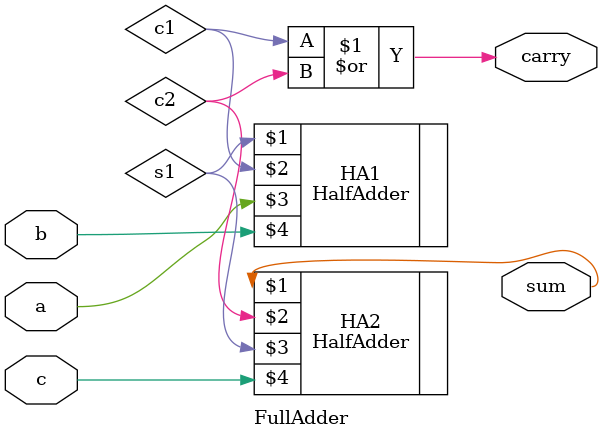
<source format=v>
module FullAdder(output sum , output carry , input a , input b , input c); 

    wire s1 , c1 , c2 ; 

    HalfAdder HA1(s1, c1 , a ,b); 
    HalfAdder HA2(sum , c2 , s1 , c); 

    or(carry , c1 , c2); 

endmodule
</source>
